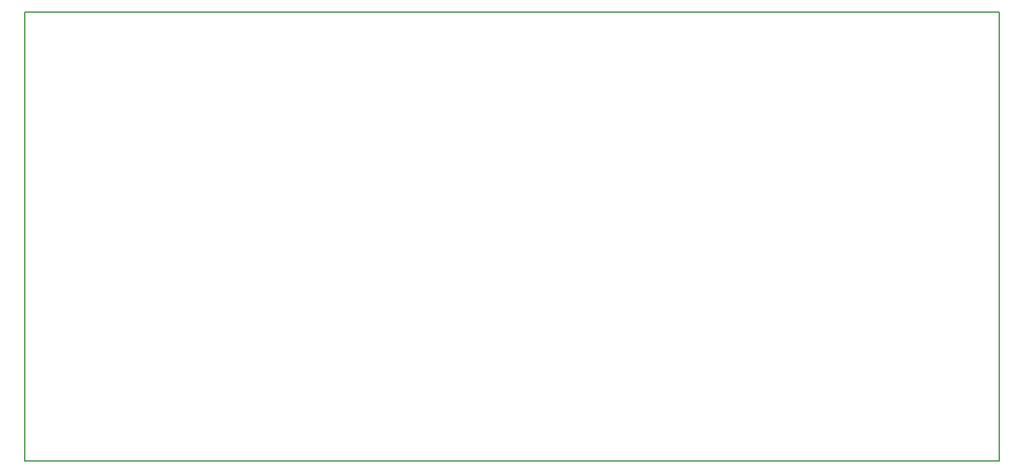
<source format=gbr>
G04 #@! TF.FileFunction,Profile,NP*
%FSLAX46Y46*%
G04 Gerber Fmt 4.6, Leading zero omitted, Abs format (unit mm)*
G04 Created by KiCad (PCBNEW 0.201604172031+6696~44~ubuntu14.04.1-product) date Thu 21 Apr 2016 04:41:40 PM EEST*
%MOMM*%
%LPD*%
G01*
G04 APERTURE LIST*
%ADD10C,0.100000*%
%ADD11C,0.150000*%
G04 APERTURE END LIST*
D10*
D11*
X80000000Y-110000000D02*
X80000000Y-70000000D01*
X80000000Y-110000000D02*
X80000000Y-130000000D01*
X80000000Y-70000000D02*
X210000000Y-70000000D01*
X210000000Y-130000000D02*
X210000000Y-70000000D01*
X210000000Y-130000000D02*
X80000000Y-130000000D01*
M02*

</source>
